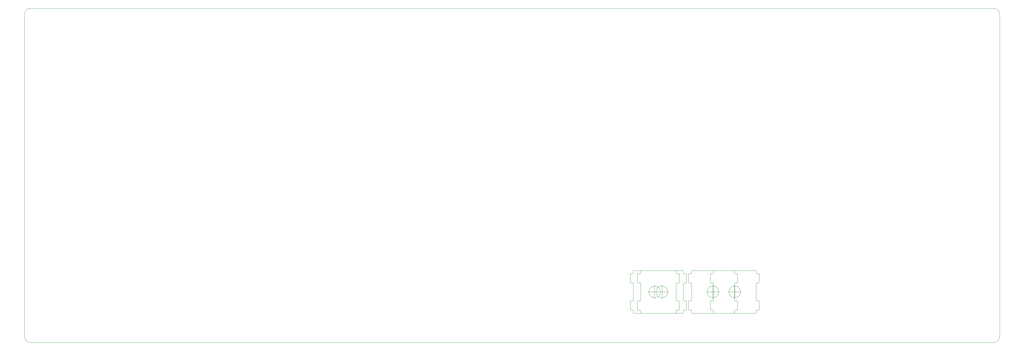
<source format=gbr>
G04 #@! TF.GenerationSoftware,KiCad,Pcbnew,(5.1.5)-3*
G04 #@! TF.CreationDate,2020-04-14T21:23:01-05:00*
G04 #@! TF.ProjectId,Without Led and Usb-c,57697468-6f75-4742-904c-656420616e64,rev?*
G04 #@! TF.SameCoordinates,Original*
G04 #@! TF.FileFunction,Other,ECO1*
%FSLAX46Y46*%
G04 Gerber Fmt 4.6, Leading zero omitted, Abs format (unit mm)*
G04 Created by KiCad (PCBNEW (5.1.5)-3) date 2020-04-14 21:23:01*
%MOMM*%
%LPD*%
G04 APERTURE LIST*
%ADD10C,0.050000*%
%ADD11C,0.100000*%
G04 APERTURE END LIST*
D10*
X9820000Y-147280000D02*
X9819976Y-41880000D01*
X326720000Y-39879976D02*
G75*
G02X328720024Y-41880000I0J-2000024D01*
G01*
X328720000Y-147280000D02*
G75*
G02X326720000Y-149280000I-2000000J0D01*
G01*
X11820000Y-149280000D02*
G75*
G02X9820000Y-147280000I0J2000000D01*
G01*
X9819976Y-41880000D02*
G75*
G02X11820000Y-39879976I2000024J0D01*
G01*
X11820000Y-39879976D02*
X15820000Y-39880000D01*
X326720000Y-149280000D02*
X11820000Y-149280000D01*
X328720024Y-41880000D02*
X328720000Y-147280000D01*
X15820000Y-39880000D02*
X326720000Y-39879976D01*
D11*
X227965000Y-138898000D02*
G75*
G03X227711000Y-138644000I-254000J0D01*
G01*
X226949000Y-138390000D02*
X226949000Y-135850000D01*
X227965000Y-138898000D02*
X227965000Y-139406000D01*
X227203000Y-129754000D02*
G75*
G02X226949000Y-129500000I0J254000D01*
G01*
X228219000Y-125690000D02*
G75*
G03X227965000Y-125944000I0J-254000D01*
G01*
X227711000Y-129754000D02*
G75*
G02X227965000Y-130008000I0J-254000D01*
G01*
X227203000Y-138644000D02*
X227711000Y-138644000D01*
X227203000Y-135596000D02*
X227711000Y-135596000D01*
X227203000Y-135596000D02*
G75*
G03X226949000Y-135850000I0J-254000D01*
G01*
X227203000Y-129754000D02*
X227711000Y-129754000D01*
X227965000Y-139406000D02*
G75*
G03X228219000Y-139660000I254000J0D01*
G01*
X227965000Y-135342000D02*
X227965000Y-130008000D01*
X227203000Y-126706000D02*
X227711000Y-126706000D01*
X227965000Y-126452000D02*
X227965000Y-125944000D01*
X226949000Y-126960000D02*
X226949000Y-129500000D01*
X227965000Y-126452000D02*
G75*
G02X227711000Y-126706000I-254000J0D01*
G01*
X226949000Y-126960000D02*
G75*
G02X227203000Y-126706000I254000J0D01*
G01*
X226949000Y-138390000D02*
G75*
G03X227203000Y-138644000I254000J0D01*
G01*
X227711000Y-135596000D02*
G75*
G03X227965000Y-135342000I0J254000D01*
G01*
X241681000Y-139660000D02*
G75*
G03X241935000Y-139406000I0J254000D01*
G01*
X242697000Y-135596000D02*
G75*
G02X242951000Y-135850000I0J-254000D01*
G01*
X242951000Y-138390000D02*
X242951000Y-135850000D01*
X241935000Y-138898000D02*
X241935000Y-139406000D01*
X242697000Y-138644000D02*
X242189000Y-138644000D01*
X241935000Y-138898000D02*
G75*
G02X242189000Y-138644000I254000J0D01*
G01*
X242951000Y-138390000D02*
G75*
G02X242697000Y-138644000I-254000J0D01*
G01*
X242189000Y-135596000D02*
G75*
G02X241935000Y-135342000I0J254000D01*
G01*
X242697000Y-135596000D02*
X242189000Y-135596000D01*
X242189000Y-129754000D02*
G75*
G03X241935000Y-130008000I0J-254000D01*
G01*
X242697000Y-129754000D02*
X242189000Y-129754000D01*
X242697000Y-129754000D02*
G75*
G03X242951000Y-129500000I0J254000D01*
G01*
X242951000Y-126960000D02*
G75*
G03X242697000Y-126706000I-254000J0D01*
G01*
X241935000Y-126452000D02*
G75*
G03X242189000Y-126706000I254000J0D01*
G01*
X236855000Y-132675000D02*
G75*
G03X236855000Y-132675000I-1905000J0D01*
G01*
X237109000Y-132675000D02*
X232791000Y-132675000D01*
X234950000Y-130389000D02*
X234950000Y-134961000D01*
X242951000Y-126960000D02*
X242951000Y-129500000D01*
X242697000Y-126706000D02*
X242189000Y-126706000D01*
X241935000Y-126452000D02*
X241935000Y-125944000D01*
X241935000Y-130008000D02*
X241935000Y-135342000D01*
X228219000Y-125690000D02*
X241681000Y-125690000D01*
X241935000Y-125944000D02*
G75*
G03X241681000Y-125690000I-254000J0D01*
G01*
X228219000Y-139660000D02*
X241681000Y-139660000D01*
X208915000Y-138898000D02*
G75*
G03X208661000Y-138644000I-254000J0D01*
G01*
X207899000Y-138390000D02*
X207899000Y-135850000D01*
X208915000Y-138898000D02*
X208915000Y-139406000D01*
X208153000Y-129754000D02*
G75*
G02X207899000Y-129500000I0J254000D01*
G01*
X209169000Y-125690000D02*
G75*
G03X208915000Y-125944000I0J-254000D01*
G01*
X208661000Y-129754000D02*
G75*
G02X208915000Y-130008000I0J-254000D01*
G01*
X208153000Y-138644000D02*
X208661000Y-138644000D01*
X208153000Y-135596000D02*
X208661000Y-135596000D01*
X208153000Y-135596000D02*
G75*
G03X207899000Y-135850000I0J-254000D01*
G01*
X208153000Y-129754000D02*
X208661000Y-129754000D01*
X208915000Y-139406000D02*
G75*
G03X209169000Y-139660000I254000J0D01*
G01*
X208915000Y-135342000D02*
X208915000Y-130008000D01*
X208153000Y-126706000D02*
X208661000Y-126706000D01*
X208915000Y-126452000D02*
X208915000Y-125944000D01*
X207899000Y-126960000D02*
X207899000Y-129500000D01*
X208915000Y-126452000D02*
G75*
G02X208661000Y-126706000I-254000J0D01*
G01*
X207899000Y-126960000D02*
G75*
G02X208153000Y-126706000I254000J0D01*
G01*
X207899000Y-138390000D02*
G75*
G03X208153000Y-138644000I254000J0D01*
G01*
X208661000Y-135596000D02*
G75*
G03X208915000Y-135342000I0J254000D01*
G01*
X222631000Y-139660000D02*
G75*
G03X222885000Y-139406000I0J254000D01*
G01*
X223647000Y-135596000D02*
G75*
G02X223901000Y-135850000I0J-254000D01*
G01*
X223901000Y-138390000D02*
X223901000Y-135850000D01*
X222885000Y-138898000D02*
X222885000Y-139406000D01*
X223647000Y-138644000D02*
X223139000Y-138644000D01*
X222885000Y-138898000D02*
G75*
G02X223139000Y-138644000I254000J0D01*
G01*
X223901000Y-138390000D02*
G75*
G02X223647000Y-138644000I-254000J0D01*
G01*
X223139000Y-135596000D02*
G75*
G02X222885000Y-135342000I0J254000D01*
G01*
X223647000Y-135596000D02*
X223139000Y-135596000D01*
X223139000Y-129754000D02*
G75*
G03X222885000Y-130008000I0J-254000D01*
G01*
X223647000Y-129754000D02*
X223139000Y-129754000D01*
X223647000Y-129754000D02*
G75*
G03X223901000Y-129500000I0J254000D01*
G01*
X223901000Y-126960000D02*
G75*
G03X223647000Y-126706000I-254000J0D01*
G01*
X222885000Y-126452000D02*
G75*
G03X223139000Y-126706000I254000J0D01*
G01*
X217805000Y-132675000D02*
G75*
G03X217805000Y-132675000I-1905000J0D01*
G01*
X218059000Y-132675000D02*
X213741000Y-132675000D01*
X215900000Y-130389000D02*
X215900000Y-134961000D01*
X223901000Y-126960000D02*
X223901000Y-129500000D01*
X223647000Y-126706000D02*
X223139000Y-126706000D01*
X222885000Y-126452000D02*
X222885000Y-125944000D01*
X222885000Y-130008000D02*
X222885000Y-135342000D01*
X209169000Y-125690000D02*
X222631000Y-125690000D01*
X222885000Y-125944000D02*
G75*
G03X222631000Y-125690000I-254000J0D01*
G01*
X209169000Y-139660000D02*
X222631000Y-139660000D01*
X235108750Y-138898000D02*
G75*
G03X234854750Y-138644000I-254000J0D01*
G01*
X234092750Y-138390000D02*
X234092750Y-135850000D01*
X235108750Y-138898000D02*
X235108750Y-139406000D01*
X234346750Y-129754000D02*
G75*
G02X234092750Y-129500000I0J254000D01*
G01*
X235362750Y-125690000D02*
G75*
G03X235108750Y-125944000I0J-254000D01*
G01*
X234854750Y-129754000D02*
G75*
G02X235108750Y-130008000I0J-254000D01*
G01*
X234346750Y-138644000D02*
X234854750Y-138644000D01*
X234346750Y-135596000D02*
X234854750Y-135596000D01*
X234346750Y-135596000D02*
G75*
G03X234092750Y-135850000I0J-254000D01*
G01*
X234346750Y-129754000D02*
X234854750Y-129754000D01*
X235108750Y-139406000D02*
G75*
G03X235362750Y-139660000I254000J0D01*
G01*
X235108750Y-135342000D02*
X235108750Y-130008000D01*
X234346750Y-126706000D02*
X234854750Y-126706000D01*
X235108750Y-126452000D02*
X235108750Y-125944000D01*
X234092750Y-126960000D02*
X234092750Y-129500000D01*
X235108750Y-126452000D02*
G75*
G02X234854750Y-126706000I-254000J0D01*
G01*
X234092750Y-126960000D02*
G75*
G02X234346750Y-126706000I254000J0D01*
G01*
X234092750Y-138390000D02*
G75*
G03X234346750Y-138644000I254000J0D01*
G01*
X234854750Y-135596000D02*
G75*
G03X235108750Y-135342000I0J254000D01*
G01*
X248824750Y-139660000D02*
G75*
G03X249078750Y-139406000I0J254000D01*
G01*
X249840750Y-135596000D02*
G75*
G02X250094750Y-135850000I0J-254000D01*
G01*
X250094750Y-138390000D02*
X250094750Y-135850000D01*
X249078750Y-138898000D02*
X249078750Y-139406000D01*
X249840750Y-138644000D02*
X249332750Y-138644000D01*
X249078750Y-138898000D02*
G75*
G02X249332750Y-138644000I254000J0D01*
G01*
X250094750Y-138390000D02*
G75*
G02X249840750Y-138644000I-254000J0D01*
G01*
X249332750Y-135596000D02*
G75*
G02X249078750Y-135342000I0J254000D01*
G01*
X249840750Y-135596000D02*
X249332750Y-135596000D01*
X249332750Y-129754000D02*
G75*
G03X249078750Y-130008000I0J-254000D01*
G01*
X249840750Y-129754000D02*
X249332750Y-129754000D01*
X249840750Y-129754000D02*
G75*
G03X250094750Y-129500000I0J254000D01*
G01*
X250094750Y-126960000D02*
G75*
G03X249840750Y-126706000I-254000J0D01*
G01*
X249078750Y-126452000D02*
G75*
G03X249332750Y-126706000I254000J0D01*
G01*
X243998750Y-132675000D02*
G75*
G03X243998750Y-132675000I-1905000J0D01*
G01*
X244252750Y-132675000D02*
X239934750Y-132675000D01*
X242093750Y-130389000D02*
X242093750Y-134961000D01*
X250094750Y-126960000D02*
X250094750Y-129500000D01*
X249840750Y-126706000D02*
X249332750Y-126706000D01*
X249078750Y-126452000D02*
X249078750Y-125944000D01*
X249078750Y-130008000D02*
X249078750Y-135342000D01*
X235362750Y-125690000D02*
X248824750Y-125690000D01*
X249078750Y-125944000D02*
G75*
G03X248824750Y-125690000I-254000J0D01*
G01*
X235362750Y-139660000D02*
X248824750Y-139660000D01*
X211296250Y-138898000D02*
G75*
G03X211042250Y-138644000I-254000J0D01*
G01*
X210280250Y-138390000D02*
X210280250Y-135850000D01*
X211296250Y-138898000D02*
X211296250Y-139406000D01*
X210534250Y-129754000D02*
G75*
G02X210280250Y-129500000I0J254000D01*
G01*
X211550250Y-125690000D02*
G75*
G03X211296250Y-125944000I0J-254000D01*
G01*
X211042250Y-129754000D02*
G75*
G02X211296250Y-130008000I0J-254000D01*
G01*
X210534250Y-138644000D02*
X211042250Y-138644000D01*
X210534250Y-135596000D02*
X211042250Y-135596000D01*
X210534250Y-135596000D02*
G75*
G03X210280250Y-135850000I0J-254000D01*
G01*
X210534250Y-129754000D02*
X211042250Y-129754000D01*
X211296250Y-139406000D02*
G75*
G03X211550250Y-139660000I254000J0D01*
G01*
X211296250Y-135342000D02*
X211296250Y-130008000D01*
X210534250Y-126706000D02*
X211042250Y-126706000D01*
X211296250Y-126452000D02*
X211296250Y-125944000D01*
X210280250Y-126960000D02*
X210280250Y-129500000D01*
X211296250Y-126452000D02*
G75*
G02X211042250Y-126706000I-254000J0D01*
G01*
X210280250Y-126960000D02*
G75*
G02X210534250Y-126706000I254000J0D01*
G01*
X210280250Y-138390000D02*
G75*
G03X210534250Y-138644000I254000J0D01*
G01*
X211042250Y-135596000D02*
G75*
G03X211296250Y-135342000I0J254000D01*
G01*
X225012250Y-139660000D02*
G75*
G03X225266250Y-139406000I0J254000D01*
G01*
X226028250Y-135596000D02*
G75*
G02X226282250Y-135850000I0J-254000D01*
G01*
X226282250Y-138390000D02*
X226282250Y-135850000D01*
X225266250Y-138898000D02*
X225266250Y-139406000D01*
X226028250Y-138644000D02*
X225520250Y-138644000D01*
X225266250Y-138898000D02*
G75*
G02X225520250Y-138644000I254000J0D01*
G01*
X226282250Y-138390000D02*
G75*
G02X226028250Y-138644000I-254000J0D01*
G01*
X225520250Y-135596000D02*
G75*
G02X225266250Y-135342000I0J254000D01*
G01*
X226028250Y-135596000D02*
X225520250Y-135596000D01*
X225520250Y-129754000D02*
G75*
G03X225266250Y-130008000I0J-254000D01*
G01*
X226028250Y-129754000D02*
X225520250Y-129754000D01*
X226028250Y-129754000D02*
G75*
G03X226282250Y-129500000I0J254000D01*
G01*
X226282250Y-126960000D02*
G75*
G03X226028250Y-126706000I-254000J0D01*
G01*
X225266250Y-126452000D02*
G75*
G03X225520250Y-126706000I254000J0D01*
G01*
X220186250Y-132675000D02*
G75*
G03X220186250Y-132675000I-1905000J0D01*
G01*
X220440250Y-132675000D02*
X216122250Y-132675000D01*
X218281250Y-130389000D02*
X218281250Y-134961000D01*
X226282250Y-126960000D02*
X226282250Y-129500000D01*
X226028250Y-126706000D02*
X225520250Y-126706000D01*
X225266250Y-126452000D02*
X225266250Y-125944000D01*
X225266250Y-130008000D02*
X225266250Y-135342000D01*
X211550250Y-125690000D02*
X225012250Y-125690000D01*
X225266250Y-125944000D02*
G75*
G03X225012250Y-125690000I-254000J0D01*
G01*
X211550250Y-139660000D02*
X225012250Y-139660000D01*
M02*

</source>
